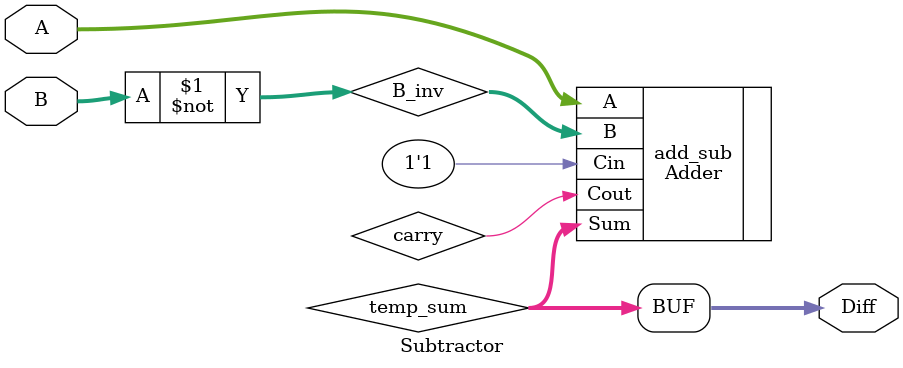
<source format=v>
module Subtractor (
    input [7:0] A, B,
    output [7:0] Diff
);
    wire [7:0] B_inv;
    wire [7:0] temp_sum;
    wire carry;

    assign B_inv = ~B;
    Adder add_sub (.A(A), .B(B_inv), .Cin(1'b1), .Sum(temp_sum), .Cout(carry));
    assign Diff = temp_sum;
endmodule
</source>
